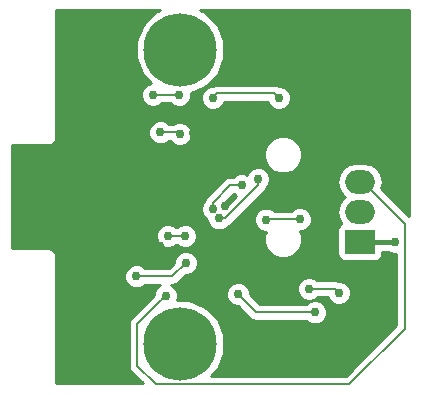
<source format=gbr>
G04 #@! TF.FileFunction,Copper,L2,Bot,Signal*
%FSLAX46Y46*%
G04 Gerber Fmt 4.6, Leading zero omitted, Abs format (unit mm)*
G04 Created by KiCad (PCBNEW 4.0.1-stable) date 2/26/2016 3:51:48 AM*
%MOMM*%
G01*
G04 APERTURE LIST*
%ADD10C,0.100000*%
%ADD11R,2.500000X2.000000*%
%ADD12O,2.500000X2.000000*%
%ADD13C,6.200000*%
%ADD14C,1.600000*%
%ADD15C,0.762000*%
%ADD16C,0.203200*%
%ADD17C,0.406400*%
%ADD18C,0.254000*%
G04 APERTURE END LIST*
D10*
D11*
X157226000Y-113030000D03*
D12*
X157226000Y-110490000D03*
X157226000Y-107950000D03*
X157226000Y-105410000D03*
D13*
X142011400Y-121691400D03*
X142011400Y-96748600D03*
D14*
X128473200Y-105920000D03*
X128473200Y-112520000D03*
D15*
X136017000Y-105179607D03*
X138532056Y-105024769D03*
X136271000Y-100330000D03*
X160528000Y-96012000D03*
X154179389Y-96012000D03*
X143554177Y-109212583D03*
X145823135Y-109980039D03*
X153924000Y-100076000D03*
X131828592Y-104617509D03*
X132080000Y-114300000D03*
X148816889Y-109687452D03*
X140684180Y-109223169D03*
X142736393Y-106619489D03*
X140850030Y-106790498D03*
X140192180Y-110721010D03*
X136905647Y-107188000D03*
X144399000Y-114935000D03*
X151157556Y-123162126D03*
X148590000Y-117094000D03*
X149352000Y-95377000D03*
X147931067Y-102501488D03*
X146812000Y-103886000D03*
X145592810Y-103886000D03*
X144221190Y-103759000D03*
X143129000Y-103831202D03*
X134366000Y-116967000D03*
X136017000Y-114300000D03*
X135128000Y-114046000D03*
X132969000Y-113411000D03*
X132588000Y-110744000D03*
X140316023Y-114340398D03*
X140335000Y-113411000D03*
X146919931Y-117457371D03*
X153419472Y-119002472D03*
X160197810Y-113030000D03*
X155448000Y-117348000D03*
X152913574Y-116995753D03*
X142494000Y-114808000D03*
X138303000Y-115951000D03*
X150368000Y-100838000D03*
X144780000Y-100838000D03*
X141931240Y-100574235D03*
X139708674Y-100575327D03*
X142440909Y-112534698D03*
X141986000Y-103886000D03*
X140335000Y-103759000D03*
X140970000Y-112522000D03*
X149280581Y-111144959D03*
X152134435Y-111130349D03*
X145308489Y-111048542D03*
X148620363Y-107713203D03*
X144779529Y-110241180D03*
X147233210Y-108244207D03*
X140779168Y-117582746D03*
D16*
X131447593Y-104998508D02*
X131828592Y-104617509D01*
X130526101Y-105920000D02*
X131447593Y-104998508D01*
X128473200Y-105920000D02*
X130526101Y-105920000D01*
X147300930Y-117838370D02*
X146919931Y-117457371D01*
X153419472Y-119002472D02*
X148465032Y-119002472D01*
X148465032Y-119002472D02*
X147300930Y-117838370D01*
D17*
X157226000Y-113030000D02*
X160197810Y-113030000D01*
D16*
X152913574Y-116995753D02*
X155095753Y-116995753D01*
X155095753Y-116995753D02*
X155448000Y-117348000D01*
X145160999Y-100457001D02*
X149987001Y-100457001D01*
X144780000Y-100838000D02*
X145160999Y-100457001D01*
X149987001Y-100457001D02*
X150368000Y-100838000D01*
X138303000Y-115951000D02*
X141351000Y-115951000D01*
X141351000Y-115951000D02*
X142494000Y-114808000D01*
X139708674Y-100575327D02*
X141930148Y-100575327D01*
X141930148Y-100575327D02*
X141931240Y-100574235D01*
X142428211Y-112522000D02*
X142440909Y-112534698D01*
X140970000Y-112522000D02*
X142428211Y-112522000D01*
X140335000Y-103759000D02*
X141859000Y-103759000D01*
X141859000Y-103759000D02*
X141986000Y-103886000D01*
X149295191Y-111130349D02*
X149280581Y-111144959D01*
X152134435Y-111130349D02*
X149295191Y-111130349D01*
X148620363Y-108252018D02*
X145823839Y-111048542D01*
X148620363Y-107713203D02*
X148620363Y-108252018D01*
X145823839Y-111048542D02*
X145308489Y-111048542D01*
X144779529Y-109702365D02*
X144779529Y-110241180D01*
X146237687Y-108244207D02*
X144779529Y-109702365D01*
X147233210Y-108244207D02*
X146237687Y-108244207D01*
X157226000Y-107950000D02*
X157476000Y-107950000D01*
X157476000Y-107950000D02*
X161036000Y-111510000D01*
X161036000Y-111510000D02*
X161036000Y-120396000D01*
X161036000Y-120396000D02*
X156335799Y-125096201D01*
X138383575Y-119978339D02*
X140398169Y-117963745D01*
X156335799Y-125096201D02*
X139947872Y-125096201D01*
X139947872Y-125096201D02*
X138383575Y-123531904D01*
X138383575Y-123531904D02*
X138383575Y-119978339D01*
X140398169Y-117963745D02*
X140779168Y-117582746D01*
D18*
G36*
X139898456Y-93580375D02*
X138846867Y-94630130D01*
X138277050Y-96002403D01*
X138275753Y-97488278D01*
X138843175Y-98861544D01*
X139539593Y-99559179D01*
X139507466Y-99559151D01*
X139133908Y-99713502D01*
X138847853Y-99999058D01*
X138692850Y-100372345D01*
X138692498Y-100776535D01*
X138846849Y-101150093D01*
X139132405Y-101436148D01*
X139505692Y-101591151D01*
X139909882Y-101591503D01*
X140283440Y-101437152D01*
X140408884Y-101311927D01*
X141232057Y-101311927D01*
X141354971Y-101435056D01*
X141728258Y-101590059D01*
X142132448Y-101590411D01*
X142506006Y-101436060D01*
X142792061Y-101150504D01*
X142838275Y-101039208D01*
X143763824Y-101039208D01*
X143918175Y-101412766D01*
X144203731Y-101698821D01*
X144577018Y-101853824D01*
X144981208Y-101854176D01*
X145354766Y-101699825D01*
X145640821Y-101414269D01*
X145732451Y-101193601D01*
X149415618Y-101193601D01*
X149506175Y-101412766D01*
X149791731Y-101698821D01*
X150165018Y-101853824D01*
X150569208Y-101854176D01*
X150942766Y-101699825D01*
X151228821Y-101414269D01*
X151383824Y-101040982D01*
X151384176Y-100636792D01*
X151229825Y-100263234D01*
X150944269Y-99977179D01*
X150570982Y-99822176D01*
X150336983Y-99821972D01*
X150268886Y-99776471D01*
X149987001Y-99720401D01*
X145160999Y-99720401D01*
X144879114Y-99776471D01*
X144810936Y-99822026D01*
X144578792Y-99821824D01*
X144205234Y-99976175D01*
X143919179Y-100261731D01*
X143764176Y-100635018D01*
X143763824Y-101039208D01*
X142838275Y-101039208D01*
X142947064Y-100777217D01*
X142947390Y-100403133D01*
X144124344Y-99916825D01*
X145175933Y-98867070D01*
X145745750Y-97494797D01*
X145747047Y-96008922D01*
X145179625Y-94635656D01*
X144129870Y-93584067D01*
X143734752Y-93420000D01*
X161417000Y-93420000D01*
X161417000Y-110849290D01*
X159043369Y-108475659D01*
X159147929Y-107950000D01*
X159023472Y-107324313D01*
X158669049Y-106793880D01*
X158138616Y-106439457D01*
X157512929Y-106315000D01*
X156939071Y-106315000D01*
X156313384Y-106439457D01*
X155782951Y-106793880D01*
X155428528Y-107324313D01*
X155304071Y-107950000D01*
X155428528Y-108575687D01*
X155782951Y-109106120D01*
X155953385Y-109220000D01*
X155782951Y-109333880D01*
X155428528Y-109864313D01*
X155304071Y-110490000D01*
X155428528Y-111115687D01*
X155667778Y-111473751D01*
X155524559Y-111565910D01*
X155379569Y-111778110D01*
X155328560Y-112030000D01*
X155328560Y-114030000D01*
X155372838Y-114265317D01*
X155511910Y-114481441D01*
X155724110Y-114626431D01*
X155976000Y-114677440D01*
X158476000Y-114677440D01*
X158711317Y-114633162D01*
X158927441Y-114494090D01*
X159072431Y-114281890D01*
X159123440Y-114030000D01*
X159123440Y-113868200D01*
X159598959Y-113868200D01*
X159621541Y-113890821D01*
X159994828Y-114045824D01*
X160299400Y-114046089D01*
X160299400Y-120090890D01*
X156030689Y-124359601D01*
X144625242Y-124359601D01*
X145175933Y-123809870D01*
X145745750Y-122437597D01*
X145747047Y-120951722D01*
X145179625Y-119578456D01*
X144129870Y-118526867D01*
X142757597Y-117957050D01*
X141724227Y-117956148D01*
X141794992Y-117785728D01*
X141795102Y-117658579D01*
X145903755Y-117658579D01*
X146058106Y-118032137D01*
X146343662Y-118318192D01*
X146716949Y-118473195D01*
X146894199Y-118473349D01*
X147944177Y-119523327D01*
X148183147Y-119683002D01*
X148465032Y-119739072D01*
X152719199Y-119739072D01*
X152843203Y-119863293D01*
X153216490Y-120018296D01*
X153620680Y-120018648D01*
X153994238Y-119864297D01*
X154280293Y-119578741D01*
X154435296Y-119205454D01*
X154435648Y-118801264D01*
X154281297Y-118427706D01*
X153995741Y-118141651D01*
X153622454Y-117986648D01*
X153218264Y-117986296D01*
X152844706Y-118140647D01*
X152719262Y-118265872D01*
X148770142Y-118265872D01*
X147935954Y-117431684D01*
X147936107Y-117256163D01*
X147911646Y-117196961D01*
X151897398Y-117196961D01*
X152051749Y-117570519D01*
X152337305Y-117856574D01*
X152710592Y-118011577D01*
X153114782Y-118011929D01*
X153488340Y-117857578D01*
X153613784Y-117732353D01*
X154507498Y-117732353D01*
X154586175Y-117922766D01*
X154871731Y-118208821D01*
X155245018Y-118363824D01*
X155649208Y-118364176D01*
X156022766Y-118209825D01*
X156308821Y-117924269D01*
X156463824Y-117550982D01*
X156464176Y-117146792D01*
X156309825Y-116773234D01*
X156024269Y-116487179D01*
X155650982Y-116332176D01*
X155402686Y-116331960D01*
X155377638Y-116315223D01*
X155095753Y-116259153D01*
X153613847Y-116259153D01*
X153489843Y-116134932D01*
X153116556Y-115979929D01*
X152712366Y-115979577D01*
X152338808Y-116133928D01*
X152052753Y-116419484D01*
X151897750Y-116792771D01*
X151897398Y-117196961D01*
X147911646Y-117196961D01*
X147781756Y-116882605D01*
X147496200Y-116596550D01*
X147122913Y-116441547D01*
X146718723Y-116441195D01*
X146345165Y-116595546D01*
X146059110Y-116881102D01*
X145904107Y-117254389D01*
X145903755Y-117658579D01*
X141795102Y-117658579D01*
X141795344Y-117381538D01*
X141640993Y-117007980D01*
X141355437Y-116721925D01*
X141272774Y-116687600D01*
X141351000Y-116687600D01*
X141632885Y-116631530D01*
X141871855Y-116471855D01*
X142519687Y-115824023D01*
X142695208Y-115824176D01*
X143068766Y-115669825D01*
X143354821Y-115384269D01*
X143509824Y-115010982D01*
X143510176Y-114606792D01*
X143355825Y-114233234D01*
X143070269Y-113947179D01*
X142696982Y-113792176D01*
X142292792Y-113791824D01*
X141919234Y-113946175D01*
X141633179Y-114231731D01*
X141478176Y-114605018D01*
X141478022Y-114782268D01*
X141045890Y-115214400D01*
X139003273Y-115214400D01*
X138879269Y-115090179D01*
X138505982Y-114935176D01*
X138101792Y-114934824D01*
X137728234Y-115089175D01*
X137442179Y-115374731D01*
X137287176Y-115748018D01*
X137286824Y-116152208D01*
X137441175Y-116525766D01*
X137726731Y-116811821D01*
X138100018Y-116966824D01*
X138504208Y-116967176D01*
X138877766Y-116812825D01*
X139003210Y-116687600D01*
X140285045Y-116687600D01*
X140204402Y-116720921D01*
X139918347Y-117006477D01*
X139763344Y-117379764D01*
X139763190Y-117557014D01*
X137862720Y-119457484D01*
X137703045Y-119696454D01*
X137646975Y-119978339D01*
X137646975Y-123531904D01*
X137703045Y-123813789D01*
X137862720Y-124052759D01*
X138829961Y-125020000D01*
X131520000Y-125020000D01*
X131520000Y-114300000D01*
X131465954Y-114028295D01*
X131312046Y-113797954D01*
X131081705Y-113644046D01*
X130810000Y-113590000D01*
X127735400Y-113590000D01*
X127735400Y-112723208D01*
X139953824Y-112723208D01*
X140108175Y-113096766D01*
X140393731Y-113382821D01*
X140767018Y-113537824D01*
X141171208Y-113538176D01*
X141544766Y-113383825D01*
X141670210Y-113258600D01*
X141727960Y-113258600D01*
X141864640Y-113395519D01*
X142237927Y-113550522D01*
X142642117Y-113550874D01*
X143015675Y-113396523D01*
X143301730Y-113110967D01*
X143456733Y-112737680D01*
X143457085Y-112333490D01*
X143302734Y-111959932D01*
X143017178Y-111673877D01*
X142643891Y-111518874D01*
X142239701Y-111518522D01*
X141866143Y-111672873D01*
X141753419Y-111785400D01*
X141670273Y-111785400D01*
X141546269Y-111661179D01*
X141172982Y-111506176D01*
X140768792Y-111505824D01*
X140395234Y-111660175D01*
X140109179Y-111945731D01*
X139954176Y-112319018D01*
X139953824Y-112723208D01*
X127735400Y-112723208D01*
X127735400Y-110442388D01*
X143763353Y-110442388D01*
X143917704Y-110815946D01*
X144203260Y-111102001D01*
X144292409Y-111139019D01*
X144292313Y-111249750D01*
X144446664Y-111623308D01*
X144732220Y-111909363D01*
X145105507Y-112064366D01*
X145509697Y-112064718D01*
X145883255Y-111910367D01*
X146054700Y-111739221D01*
X146105724Y-111729072D01*
X146344694Y-111569397D01*
X146567924Y-111346167D01*
X148264405Y-111346167D01*
X148418756Y-111719725D01*
X148704312Y-112005780D01*
X149077599Y-112160783D01*
X149256871Y-112160939D01*
X149123678Y-112481704D01*
X149123123Y-113118303D01*
X149366225Y-113706656D01*
X149815976Y-114157193D01*
X150403904Y-114401322D01*
X151040503Y-114401877D01*
X151628856Y-114158775D01*
X152079393Y-113709024D01*
X152323522Y-113121096D01*
X152324077Y-112484497D01*
X152184376Y-112146393D01*
X152335643Y-112146525D01*
X152709201Y-111992174D01*
X152995256Y-111706618D01*
X153150259Y-111333331D01*
X153150611Y-110929141D01*
X152996260Y-110555583D01*
X152710704Y-110269528D01*
X152337417Y-110114525D01*
X151933227Y-110114173D01*
X151559669Y-110268524D01*
X151434225Y-110393749D01*
X149966270Y-110393749D01*
X149856850Y-110284138D01*
X149483563Y-110129135D01*
X149079373Y-110128783D01*
X148705815Y-110283134D01*
X148419760Y-110568690D01*
X148264757Y-110941977D01*
X148264405Y-111346167D01*
X146567924Y-111346167D01*
X149141218Y-108772873D01*
X149300893Y-108533903D01*
X149316890Y-108453479D01*
X149481184Y-108289472D01*
X149636187Y-107916185D01*
X149636539Y-107511995D01*
X149482188Y-107138437D01*
X149196632Y-106852382D01*
X148823345Y-106697379D01*
X148419155Y-106697027D01*
X148045597Y-106851378D01*
X147759542Y-107136934D01*
X147679600Y-107329455D01*
X147436192Y-107228383D01*
X147032002Y-107228031D01*
X146658444Y-107382382D01*
X146533000Y-107507607D01*
X146237687Y-107507607D01*
X145955802Y-107563677D01*
X145732021Y-107713203D01*
X145716832Y-107723352D01*
X144258674Y-109181510D01*
X144098999Y-109420480D01*
X144083002Y-109500904D01*
X143918708Y-109664911D01*
X143763705Y-110038198D01*
X143763353Y-110442388D01*
X127735400Y-110442388D01*
X127735400Y-105955503D01*
X149123123Y-105955503D01*
X149366225Y-106543856D01*
X149815976Y-106994393D01*
X150403904Y-107238522D01*
X151040503Y-107239077D01*
X151628856Y-106995975D01*
X152079393Y-106546224D01*
X152323522Y-105958296D01*
X152324077Y-105321697D01*
X152080975Y-104733344D01*
X151631224Y-104282807D01*
X151043296Y-104038678D01*
X150406697Y-104038123D01*
X149818344Y-104281225D01*
X149367807Y-104730976D01*
X149123678Y-105318904D01*
X149123123Y-105955503D01*
X127735400Y-105955503D01*
X127735400Y-104850000D01*
X130810000Y-104850000D01*
X131081705Y-104795954D01*
X131312046Y-104642046D01*
X131465954Y-104411705D01*
X131520000Y-104140000D01*
X131520000Y-103960208D01*
X139318824Y-103960208D01*
X139473175Y-104333766D01*
X139758731Y-104619821D01*
X140132018Y-104774824D01*
X140536208Y-104775176D01*
X140909766Y-104620825D01*
X141035210Y-104495600D01*
X141158948Y-104495600D01*
X141409731Y-104746821D01*
X141783018Y-104901824D01*
X142187208Y-104902176D01*
X142560766Y-104747825D01*
X142846821Y-104462269D01*
X143001824Y-104088982D01*
X143002176Y-103684792D01*
X142847825Y-103311234D01*
X142562269Y-103025179D01*
X142188982Y-102870176D01*
X141784792Y-102869824D01*
X141415530Y-103022400D01*
X141035273Y-103022400D01*
X140911269Y-102898179D01*
X140537982Y-102743176D01*
X140133792Y-102742824D01*
X139760234Y-102897175D01*
X139474179Y-103182731D01*
X139319176Y-103556018D01*
X139318824Y-103960208D01*
X131520000Y-103960208D01*
X131520000Y-93420000D01*
X140286593Y-93420000D01*
X139898456Y-93580375D01*
X139898456Y-93580375D01*
G37*
X139898456Y-93580375D02*
X138846867Y-94630130D01*
X138277050Y-96002403D01*
X138275753Y-97488278D01*
X138843175Y-98861544D01*
X139539593Y-99559179D01*
X139507466Y-99559151D01*
X139133908Y-99713502D01*
X138847853Y-99999058D01*
X138692850Y-100372345D01*
X138692498Y-100776535D01*
X138846849Y-101150093D01*
X139132405Y-101436148D01*
X139505692Y-101591151D01*
X139909882Y-101591503D01*
X140283440Y-101437152D01*
X140408884Y-101311927D01*
X141232057Y-101311927D01*
X141354971Y-101435056D01*
X141728258Y-101590059D01*
X142132448Y-101590411D01*
X142506006Y-101436060D01*
X142792061Y-101150504D01*
X142838275Y-101039208D01*
X143763824Y-101039208D01*
X143918175Y-101412766D01*
X144203731Y-101698821D01*
X144577018Y-101853824D01*
X144981208Y-101854176D01*
X145354766Y-101699825D01*
X145640821Y-101414269D01*
X145732451Y-101193601D01*
X149415618Y-101193601D01*
X149506175Y-101412766D01*
X149791731Y-101698821D01*
X150165018Y-101853824D01*
X150569208Y-101854176D01*
X150942766Y-101699825D01*
X151228821Y-101414269D01*
X151383824Y-101040982D01*
X151384176Y-100636792D01*
X151229825Y-100263234D01*
X150944269Y-99977179D01*
X150570982Y-99822176D01*
X150336983Y-99821972D01*
X150268886Y-99776471D01*
X149987001Y-99720401D01*
X145160999Y-99720401D01*
X144879114Y-99776471D01*
X144810936Y-99822026D01*
X144578792Y-99821824D01*
X144205234Y-99976175D01*
X143919179Y-100261731D01*
X143764176Y-100635018D01*
X143763824Y-101039208D01*
X142838275Y-101039208D01*
X142947064Y-100777217D01*
X142947390Y-100403133D01*
X144124344Y-99916825D01*
X145175933Y-98867070D01*
X145745750Y-97494797D01*
X145747047Y-96008922D01*
X145179625Y-94635656D01*
X144129870Y-93584067D01*
X143734752Y-93420000D01*
X161417000Y-93420000D01*
X161417000Y-110849290D01*
X159043369Y-108475659D01*
X159147929Y-107950000D01*
X159023472Y-107324313D01*
X158669049Y-106793880D01*
X158138616Y-106439457D01*
X157512929Y-106315000D01*
X156939071Y-106315000D01*
X156313384Y-106439457D01*
X155782951Y-106793880D01*
X155428528Y-107324313D01*
X155304071Y-107950000D01*
X155428528Y-108575687D01*
X155782951Y-109106120D01*
X155953385Y-109220000D01*
X155782951Y-109333880D01*
X155428528Y-109864313D01*
X155304071Y-110490000D01*
X155428528Y-111115687D01*
X155667778Y-111473751D01*
X155524559Y-111565910D01*
X155379569Y-111778110D01*
X155328560Y-112030000D01*
X155328560Y-114030000D01*
X155372838Y-114265317D01*
X155511910Y-114481441D01*
X155724110Y-114626431D01*
X155976000Y-114677440D01*
X158476000Y-114677440D01*
X158711317Y-114633162D01*
X158927441Y-114494090D01*
X159072431Y-114281890D01*
X159123440Y-114030000D01*
X159123440Y-113868200D01*
X159598959Y-113868200D01*
X159621541Y-113890821D01*
X159994828Y-114045824D01*
X160299400Y-114046089D01*
X160299400Y-120090890D01*
X156030689Y-124359601D01*
X144625242Y-124359601D01*
X145175933Y-123809870D01*
X145745750Y-122437597D01*
X145747047Y-120951722D01*
X145179625Y-119578456D01*
X144129870Y-118526867D01*
X142757597Y-117957050D01*
X141724227Y-117956148D01*
X141794992Y-117785728D01*
X141795102Y-117658579D01*
X145903755Y-117658579D01*
X146058106Y-118032137D01*
X146343662Y-118318192D01*
X146716949Y-118473195D01*
X146894199Y-118473349D01*
X147944177Y-119523327D01*
X148183147Y-119683002D01*
X148465032Y-119739072D01*
X152719199Y-119739072D01*
X152843203Y-119863293D01*
X153216490Y-120018296D01*
X153620680Y-120018648D01*
X153994238Y-119864297D01*
X154280293Y-119578741D01*
X154435296Y-119205454D01*
X154435648Y-118801264D01*
X154281297Y-118427706D01*
X153995741Y-118141651D01*
X153622454Y-117986648D01*
X153218264Y-117986296D01*
X152844706Y-118140647D01*
X152719262Y-118265872D01*
X148770142Y-118265872D01*
X147935954Y-117431684D01*
X147936107Y-117256163D01*
X147911646Y-117196961D01*
X151897398Y-117196961D01*
X152051749Y-117570519D01*
X152337305Y-117856574D01*
X152710592Y-118011577D01*
X153114782Y-118011929D01*
X153488340Y-117857578D01*
X153613784Y-117732353D01*
X154507498Y-117732353D01*
X154586175Y-117922766D01*
X154871731Y-118208821D01*
X155245018Y-118363824D01*
X155649208Y-118364176D01*
X156022766Y-118209825D01*
X156308821Y-117924269D01*
X156463824Y-117550982D01*
X156464176Y-117146792D01*
X156309825Y-116773234D01*
X156024269Y-116487179D01*
X155650982Y-116332176D01*
X155402686Y-116331960D01*
X155377638Y-116315223D01*
X155095753Y-116259153D01*
X153613847Y-116259153D01*
X153489843Y-116134932D01*
X153116556Y-115979929D01*
X152712366Y-115979577D01*
X152338808Y-116133928D01*
X152052753Y-116419484D01*
X151897750Y-116792771D01*
X151897398Y-117196961D01*
X147911646Y-117196961D01*
X147781756Y-116882605D01*
X147496200Y-116596550D01*
X147122913Y-116441547D01*
X146718723Y-116441195D01*
X146345165Y-116595546D01*
X146059110Y-116881102D01*
X145904107Y-117254389D01*
X145903755Y-117658579D01*
X141795102Y-117658579D01*
X141795344Y-117381538D01*
X141640993Y-117007980D01*
X141355437Y-116721925D01*
X141272774Y-116687600D01*
X141351000Y-116687600D01*
X141632885Y-116631530D01*
X141871855Y-116471855D01*
X142519687Y-115824023D01*
X142695208Y-115824176D01*
X143068766Y-115669825D01*
X143354821Y-115384269D01*
X143509824Y-115010982D01*
X143510176Y-114606792D01*
X143355825Y-114233234D01*
X143070269Y-113947179D01*
X142696982Y-113792176D01*
X142292792Y-113791824D01*
X141919234Y-113946175D01*
X141633179Y-114231731D01*
X141478176Y-114605018D01*
X141478022Y-114782268D01*
X141045890Y-115214400D01*
X139003273Y-115214400D01*
X138879269Y-115090179D01*
X138505982Y-114935176D01*
X138101792Y-114934824D01*
X137728234Y-115089175D01*
X137442179Y-115374731D01*
X137287176Y-115748018D01*
X137286824Y-116152208D01*
X137441175Y-116525766D01*
X137726731Y-116811821D01*
X138100018Y-116966824D01*
X138504208Y-116967176D01*
X138877766Y-116812825D01*
X139003210Y-116687600D01*
X140285045Y-116687600D01*
X140204402Y-116720921D01*
X139918347Y-117006477D01*
X139763344Y-117379764D01*
X139763190Y-117557014D01*
X137862720Y-119457484D01*
X137703045Y-119696454D01*
X137646975Y-119978339D01*
X137646975Y-123531904D01*
X137703045Y-123813789D01*
X137862720Y-124052759D01*
X138829961Y-125020000D01*
X131520000Y-125020000D01*
X131520000Y-114300000D01*
X131465954Y-114028295D01*
X131312046Y-113797954D01*
X131081705Y-113644046D01*
X130810000Y-113590000D01*
X127735400Y-113590000D01*
X127735400Y-112723208D01*
X139953824Y-112723208D01*
X140108175Y-113096766D01*
X140393731Y-113382821D01*
X140767018Y-113537824D01*
X141171208Y-113538176D01*
X141544766Y-113383825D01*
X141670210Y-113258600D01*
X141727960Y-113258600D01*
X141864640Y-113395519D01*
X142237927Y-113550522D01*
X142642117Y-113550874D01*
X143015675Y-113396523D01*
X143301730Y-113110967D01*
X143456733Y-112737680D01*
X143457085Y-112333490D01*
X143302734Y-111959932D01*
X143017178Y-111673877D01*
X142643891Y-111518874D01*
X142239701Y-111518522D01*
X141866143Y-111672873D01*
X141753419Y-111785400D01*
X141670273Y-111785400D01*
X141546269Y-111661179D01*
X141172982Y-111506176D01*
X140768792Y-111505824D01*
X140395234Y-111660175D01*
X140109179Y-111945731D01*
X139954176Y-112319018D01*
X139953824Y-112723208D01*
X127735400Y-112723208D01*
X127735400Y-110442388D01*
X143763353Y-110442388D01*
X143917704Y-110815946D01*
X144203260Y-111102001D01*
X144292409Y-111139019D01*
X144292313Y-111249750D01*
X144446664Y-111623308D01*
X144732220Y-111909363D01*
X145105507Y-112064366D01*
X145509697Y-112064718D01*
X145883255Y-111910367D01*
X146054700Y-111739221D01*
X146105724Y-111729072D01*
X146344694Y-111569397D01*
X146567924Y-111346167D01*
X148264405Y-111346167D01*
X148418756Y-111719725D01*
X148704312Y-112005780D01*
X149077599Y-112160783D01*
X149256871Y-112160939D01*
X149123678Y-112481704D01*
X149123123Y-113118303D01*
X149366225Y-113706656D01*
X149815976Y-114157193D01*
X150403904Y-114401322D01*
X151040503Y-114401877D01*
X151628856Y-114158775D01*
X152079393Y-113709024D01*
X152323522Y-113121096D01*
X152324077Y-112484497D01*
X152184376Y-112146393D01*
X152335643Y-112146525D01*
X152709201Y-111992174D01*
X152995256Y-111706618D01*
X153150259Y-111333331D01*
X153150611Y-110929141D01*
X152996260Y-110555583D01*
X152710704Y-110269528D01*
X152337417Y-110114525D01*
X151933227Y-110114173D01*
X151559669Y-110268524D01*
X151434225Y-110393749D01*
X149966270Y-110393749D01*
X149856850Y-110284138D01*
X149483563Y-110129135D01*
X149079373Y-110128783D01*
X148705815Y-110283134D01*
X148419760Y-110568690D01*
X148264757Y-110941977D01*
X148264405Y-111346167D01*
X146567924Y-111346167D01*
X149141218Y-108772873D01*
X149300893Y-108533903D01*
X149316890Y-108453479D01*
X149481184Y-108289472D01*
X149636187Y-107916185D01*
X149636539Y-107511995D01*
X149482188Y-107138437D01*
X149196632Y-106852382D01*
X148823345Y-106697379D01*
X148419155Y-106697027D01*
X148045597Y-106851378D01*
X147759542Y-107136934D01*
X147679600Y-107329455D01*
X147436192Y-107228383D01*
X147032002Y-107228031D01*
X146658444Y-107382382D01*
X146533000Y-107507607D01*
X146237687Y-107507607D01*
X145955802Y-107563677D01*
X145732021Y-107713203D01*
X145716832Y-107723352D01*
X144258674Y-109181510D01*
X144098999Y-109420480D01*
X144083002Y-109500904D01*
X143918708Y-109664911D01*
X143763705Y-110038198D01*
X143763353Y-110442388D01*
X127735400Y-110442388D01*
X127735400Y-105955503D01*
X149123123Y-105955503D01*
X149366225Y-106543856D01*
X149815976Y-106994393D01*
X150403904Y-107238522D01*
X151040503Y-107239077D01*
X151628856Y-106995975D01*
X152079393Y-106546224D01*
X152323522Y-105958296D01*
X152324077Y-105321697D01*
X152080975Y-104733344D01*
X151631224Y-104282807D01*
X151043296Y-104038678D01*
X150406697Y-104038123D01*
X149818344Y-104281225D01*
X149367807Y-104730976D01*
X149123678Y-105318904D01*
X149123123Y-105955503D01*
X127735400Y-105955503D01*
X127735400Y-104850000D01*
X130810000Y-104850000D01*
X131081705Y-104795954D01*
X131312046Y-104642046D01*
X131465954Y-104411705D01*
X131520000Y-104140000D01*
X131520000Y-103960208D01*
X139318824Y-103960208D01*
X139473175Y-104333766D01*
X139758731Y-104619821D01*
X140132018Y-104774824D01*
X140536208Y-104775176D01*
X140909766Y-104620825D01*
X141035210Y-104495600D01*
X141158948Y-104495600D01*
X141409731Y-104746821D01*
X141783018Y-104901824D01*
X142187208Y-104902176D01*
X142560766Y-104747825D01*
X142846821Y-104462269D01*
X143001824Y-104088982D01*
X143002176Y-103684792D01*
X142847825Y-103311234D01*
X142562269Y-103025179D01*
X142188982Y-102870176D01*
X141784792Y-102869824D01*
X141415530Y-103022400D01*
X141035273Y-103022400D01*
X140911269Y-102898179D01*
X140537982Y-102743176D01*
X140133792Y-102742824D01*
X139760234Y-102897175D01*
X139474179Y-103182731D01*
X139319176Y-103556018D01*
X139318824Y-103960208D01*
X131520000Y-103960208D01*
X131520000Y-93420000D01*
X140286593Y-93420000D01*
X139898456Y-93580375D01*
G36*
X146656941Y-109105028D02*
X146705485Y-109125186D01*
X145794241Y-110036430D01*
X145704461Y-109819143D01*
X146537863Y-108985741D01*
X146656941Y-109105028D01*
X146656941Y-109105028D01*
G37*
X146656941Y-109105028D02*
X146705485Y-109125186D01*
X145794241Y-110036430D01*
X145704461Y-109819143D01*
X146537863Y-108985741D01*
X146656941Y-109105028D01*
M02*

</source>
